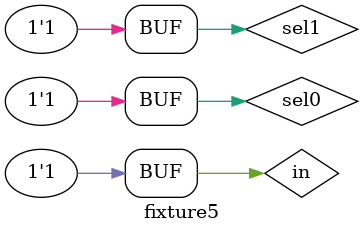
<source format=v>
`timescale 1ns / 1ps


module fixture5;

	// Inputs
	reg sel0;
	reg sel1;
	reg in;

	// Outputs
	wire a;
	wire b;
	wire c;
	wire d;

	// Instantiate the Unit Under Test (UUT)
	demuxProcedural uut (
		.a(a), 
		.b(b), 
		.c(c), 
		.d(d), 
		.sel0(sel0), 
		.sel1(sel1), 
		.in(in)
	);

	initial begin
		// Initialize Inputs
		in = 1;
		sel0 = 0;
		sel1 = 0;

		// Wait 100 ns for global reset to finish
		#100;
		
		in = 1;
		sel0 = 0;
		sel1 = 1;

      #100
		
		in = 1;
		sel0 = 1;
		sel1 = 0;
		
		#100
		
		in = 1;
		sel0 = 1;
		sel1 = 1;
        
		// Add stimulus here

	end
      
endmodule


</source>
